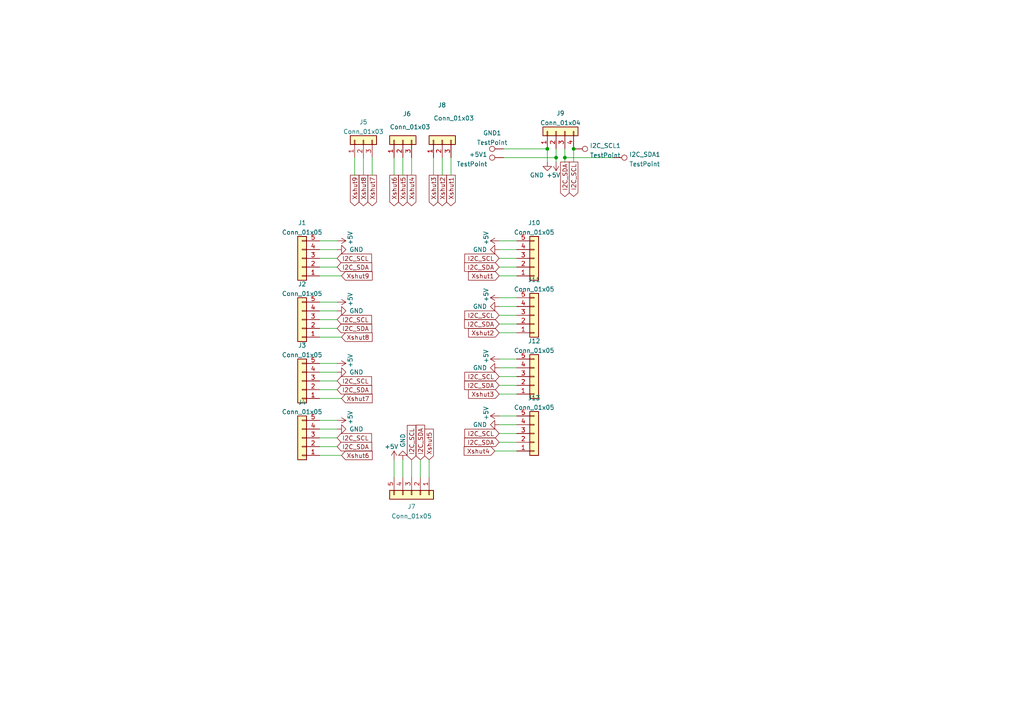
<source format=kicad_sch>
(kicad_sch (version 20211123) (generator eeschema)
  (paper "A4")
  (lib_symbols
    (symbol "Connector:TestPoint" (pin_numbers hide) (pin_names (offset 0.762) hide)
      (property "Reference" "TP" (at 0 6.858 0))
      (property "Value" "TestPoint" (at 0 5.08 0))
      (symbol "TestPoint_0_1"
        (circle (center 0 3.302) (radius 0.762))
      )
      (symbol "TestPoint_1_1"
        (pin passive line (at 0 0 90) (length 2.54) (name "1") (number "1"))
      )
    )
    (symbol "Connector_Generic:Conn_01x03" (pin_names (offset 1.016) hide)
      (property "Reference" "J" (at 0 5.08 0))
      (property "Value" "Conn_01x03" (at 0 -5.08 0))
      (symbol "Conn_01x03_1_1"
        (rectangle (start -1.27 -2.413) (end 0 -2.667) (stroke (width 0.1524)))
        (rectangle (start -1.27 0.127) (end 0 -0.127) (stroke (width 0.1524)))
        (rectangle (start -1.27 2.667) (end 0 2.413) (stroke (width 0.1524)))
        (rectangle (start -1.27 3.81) (end 1.27 -3.81) (stroke (width 0.254)) (fill (type background)))
        (pin passive line (at -5.08 2.54 0) (length 3.81) (name "Pin_1") (number "1"))
        (pin passive line (at -5.08 0 0) (length 3.81) (name "Pin_2") (number "2"))
        (pin passive line (at -5.08 -2.54 0) (length 3.81) (name "Pin_3") (number "3"))
      )
    )
    (symbol "Connector_Generic:Conn_01x04" (pin_names (offset 1.016) hide)
      (property "Reference" "J" (at 0 5.08 0))
      (property "Value" "Conn_01x04" (at 0 -7.62 0))
      (symbol "Conn_01x04_1_1"
        (rectangle (start -1.27 -4.953) (end 0 -5.207) (stroke (width 0.1524)))
        (rectangle (start -1.27 -2.413) (end 0 -2.667) (stroke (width 0.1524)))
        (rectangle (start -1.27 0.127) (end 0 -0.127) (stroke (width 0.1524)))
        (rectangle (start -1.27 2.667) (end 0 2.413) (stroke (width 0.1524)))
        (rectangle (start -1.27 3.81) (end 1.27 -6.35) (stroke (width 0.254)) (fill (type background)))
        (pin passive line (at -5.08 2.54 0) (length 3.81) (name "Pin_1") (number "1"))
        (pin passive line (at -5.08 0 0) (length 3.81) (name "Pin_2") (number "2"))
        (pin passive line (at -5.08 -2.54 0) (length 3.81) (name "Pin_3") (number "3"))
        (pin passive line (at -5.08 -5.08 0) (length 3.81) (name "Pin_4") (number "4"))
      )
    )
    (symbol "Connector_Generic:Conn_01x05" (pin_names (offset 1.016) hide)
      (property "Reference" "J" (at 0 7.62 0))
      (property "Value" "Conn_01x05" (at 0 -7.62 0))
      (symbol "Conn_01x05_1_1"
        (rectangle (start -1.27 -4.953) (end 0 -5.207) (stroke (width 0.1524)))
        (rectangle (start -1.27 -2.413) (end 0 -2.667) (stroke (width 0.1524)))
        (rectangle (start -1.27 0.127) (end 0 -0.127) (stroke (width 0.1524)))
        (rectangle (start -1.27 2.667) (end 0 2.413) (stroke (width 0.1524)))
        (rectangle (start -1.27 5.207) (end 0 4.953) (stroke (width 0.1524)))
        (rectangle (start -1.27 6.35) (end 1.27 -6.35) (stroke (width 0.254)) (fill (type background)))
        (pin passive line (at -5.08 5.08 0) (length 3.81) (name "Pin_1") (number "1"))
        (pin passive line (at -5.08 2.54 0) (length 3.81) (name "Pin_2") (number "2"))
        (pin passive line (at -5.08 0 0) (length 3.81) (name "Pin_3") (number "3"))
        (pin passive line (at -5.08 -2.54 0) (length 3.81) (name "Pin_4") (number "4"))
        (pin passive line (at -5.08 -5.08 0) (length 3.81) (name "Pin_5") (number "5"))
      )
    )
    (symbol "power:+5V" (power) (pin_names (offset 0))
      (property "Value" "+5V" (at 0 3.556 0))
      (symbol "+5V_0_1"
        (polyline (pts (xy -0.762 1.27) (xy 0 2.54)))
        (polyline (pts (xy 0 0) (xy 0 2.54)))
        (polyline (pts (xy 0 2.54) (xy 0.762 1.27)))
      )
      (symbol "+5V_1_1"
        (pin power_in line (at 0 0 90) (length 0) hide (name "+5V") (number "1"))
      )
    )
    (symbol "power:GND" (power) (pin_names (offset 0))
      (property "Value" "GND" (at 0 -3.81 0))
      (symbol "GND_0_1"
        (polyline (pts (xy 0 0) (xy 0 -1.27) (xy 1.27 -1.27) (xy 0 -2.54) (xy -1.27 -1.27) (xy 0 -1.27)))
      )
      (symbol "GND_1_1"
        (pin power_in line (at 0 0 270) (length 0) hide (name "GND") (number "1"))
      )
    )
  )
  (junction (at 158.75 43.18))
  (junction (at 163.83 45.72))
  (junction (at 161.29 45.72))
  (junction (at 166.37 43.18))
  (wire (pts (xy 97.79 74.93) (xy 92.71 74.93)))
  (wire (pts (xy 92.71 115.57) (xy 99.06 115.57)))
  (wire (pts (xy 144.78 80.01) (xy 149.86 80.01)))
  (wire (pts (xy 144.78 109.22) (xy 149.86 109.22)))
  (wire (pts (xy 116.84 133.35) (xy 116.84 138.43)))
  (wire (pts (xy 144.78 91.44) (xy 149.86 91.44)))
  (wire (pts (xy 92.71 132.08) (xy 99.06 132.08)))
  (wire (pts (xy 114.3 45.72) (xy 114.3 50.8)))
  (wire (pts (xy 102.87 45.72) (xy 102.87 50.8)))
  (wire (pts (xy 114.3 133.35) (xy 114.3 138.43)))
  (wire (pts (xy 124.46 133.35) (xy 124.46 138.43)))
  (wire (pts (xy 125.73 45.72) (xy 125.73 50.8)))
  (wire (pts (xy 92.71 97.79) (xy 99.06 97.79)))
  (wire (pts (xy 161.29 43.18) (xy 161.29 45.72)))
  (wire (pts (xy 97.79 107.95) (xy 92.71 107.95)))
  (wire (pts (xy 144.78 120.65) (xy 149.86 120.65)))
  (wire (pts (xy 97.79 92.71) (xy 92.71 92.71)))
  (wire (pts (xy 163.83 45.72) (xy 177.8 45.72)))
  (wire (pts (xy 144.78 114.3) (xy 149.86 114.3)))
  (wire (pts (xy 105.41 45.72) (xy 105.41 50.8)))
  (wire (pts (xy 119.38 133.35) (xy 119.38 138.43)))
  (wire (pts (xy 97.79 129.54) (xy 92.71 129.54)))
  (wire (pts (xy 146.05 45.72) (xy 161.29 45.72)))
  (wire (pts (xy 144.78 74.93) (xy 149.86 74.93)))
  (wire (pts (xy 163.83 45.72) (xy 163.83 46.99)))
  (wire (pts (xy 97.79 90.17) (xy 92.71 90.17)))
  (wire (pts (xy 121.92 133.35) (xy 121.92 138.43)))
  (wire (pts (xy 144.78 106.68) (xy 149.86 106.68)))
  (wire (pts (xy 97.79 127) (xy 92.71 127)))
  (wire (pts (xy 97.79 87.63) (xy 92.71 87.63)))
  (wire (pts (xy 166.37 43.18) (xy 166.37 46.99)))
  (wire (pts (xy 144.78 96.52) (xy 149.86 96.52)))
  (wire (pts (xy 144.78 123.19) (xy 149.86 123.19)))
  (wire (pts (xy 97.79 77.47) (xy 92.71 77.47)))
  (wire (pts (xy 97.79 110.49) (xy 92.71 110.49)))
  (wire (pts (xy 97.79 105.41) (xy 92.71 105.41)))
  (wire (pts (xy 97.79 95.25) (xy 92.71 95.25)))
  (wire (pts (xy 144.78 128.27) (xy 149.86 128.27)))
  (wire (pts (xy 116.84 45.72) (xy 116.84 50.8)))
  (wire (pts (xy 144.78 77.47) (xy 149.86 77.47)))
  (wire (pts (xy 144.78 69.85) (xy 149.86 69.85)))
  (wire (pts (xy 97.79 124.46) (xy 92.71 124.46)))
  (wire (pts (xy 144.78 125.73) (xy 149.86 125.73)))
  (wire (pts (xy 144.78 111.76) (xy 149.86 111.76)))
  (wire (pts (xy 161.29 45.72) (xy 161.29 46.99)))
  (wire (pts (xy 144.78 86.36) (xy 149.86 86.36)))
  (wire (pts (xy 130.81 45.72) (xy 130.81 50.8)))
  (wire (pts (xy 97.79 121.92) (xy 92.71 121.92)))
  (wire (pts (xy 144.78 93.98) (xy 149.86 93.98)))
  (wire (pts (xy 144.78 104.14) (xy 149.86 104.14)))
  (wire (pts (xy 144.78 88.9) (xy 149.86 88.9)))
  (wire (pts (xy 107.95 45.72) (xy 107.95 50.8)))
  (wire (pts (xy 97.79 69.85) (xy 92.71 69.85)))
  (wire (pts (xy 158.75 43.18) (xy 158.75 46.99)))
  (wire (pts (xy 97.79 72.39) (xy 92.71 72.39)))
  (wire (pts (xy 92.71 80.01) (xy 99.06 80.01)))
  (wire (pts (xy 143.51 130.81) (xy 149.86 130.81)))
  (wire (pts (xy 146.05 43.18) (xy 158.75 43.18)))
  (wire (pts (xy 128.27 45.72) (xy 128.27 50.8)))
  (wire (pts (xy 144.78 72.39) (xy 149.86 72.39)))
  (wire (pts (xy 119.38 45.72) (xy 119.38 50.8)))
  (wire (pts (xy 163.83 43.18) (xy 163.83 45.72)))
  (wire (pts (xy 97.79 113.03) (xy 92.71 113.03)))
  (global_label "I2C_SCL" (shape input) (at 144.78 74.93 180) (property "Intersheet References" "${INTERSHEET_REFS}" (effects hide)))
  (global_label "Xshut6" (shape output) (at 114.3 50.8 270) (property "Intersheet References" "${INTERSHEET_REFS}" (effects hide)))
  (global_label "Xshut1" (shape input) (at 144.78 80.01 180) (property "Intersheet References" "${INTERSHEET_REFS}" (effects hide)))
  (global_label "I2C_SCL" (shape input) (at 97.79 127 0) (property "Intersheet References" "${INTERSHEET_REFS}" (effects hide)))
  (global_label "Xshut8" (shape input) (at 99.06 97.79 0) (property "Intersheet References" "${INTERSHEET_REFS}" (effects hide)))
  (global_label "Xshut3" (shape output) (at 125.73 50.8 270) (property "Intersheet References" "${INTERSHEET_REFS}" (effects hide)))
  (global_label "I2C_SDA" (shape input) (at 97.79 113.03 0) (property "Intersheet References" "${INTERSHEET_REFS}" (effects hide)))
  (global_label "I2C_SCL" (shape input) (at 97.79 74.93 0) (property "Intersheet References" "${INTERSHEET_REFS}" (effects hide)))
  (global_label "Xshut8" (shape output) (at 105.41 50.8 270) (property "Intersheet References" "${INTERSHEET_REFS}" (effects hide)))
  (global_label "Xshut7" (shape output) (at 107.95 50.8 270) (property "Intersheet References" "${INTERSHEET_REFS}" (effects hide)))
  (global_label "Xshut4" (shape input) (at 143.51 130.81 180) (property "Intersheet References" "${INTERSHEET_REFS}" (effects hide)))
  (global_label "Xshut5" (shape input) (at 124.46 133.35 90) (property "Intersheet References" "${INTERSHEET_REFS}" (effects hide)))
  (global_label "I2C_SCL" (shape input) (at 144.78 125.73 180) (property "Intersheet References" "${INTERSHEET_REFS}" (effects hide)))
  (global_label "I2C_SDA" (shape input) (at 97.79 95.25 0) (property "Intersheet References" "${INTERSHEET_REFS}" (effects hide)))
  (global_label "Xshut9" (shape output) (at 102.87 50.8 270) (property "Intersheet References" "${INTERSHEET_REFS}" (effects hide)))
  (global_label "I2C_SDA" (shape input) (at 144.78 93.98 180) (property "Intersheet References" "${INTERSHEET_REFS}" (effects hide)))
  (global_label "Xshut5" (shape output) (at 116.84 50.8 270) (property "Intersheet References" "${INTERSHEET_REFS}" (effects hide)))
  (global_label "I2C_SDA" (shape input) (at 144.78 111.76 180) (property "Intersheet References" "${INTERSHEET_REFS}" (effects hide)))
  (global_label "I2C_SDA" (shape input) (at 144.78 128.27 180) (property "Intersheet References" "${INTERSHEET_REFS}" (effects hide)))
  (global_label "I2C_SDA" (shape output) (at 163.83 46.99 270) (property "Intersheet References" "${INTERSHEET_REFS}" (effects hide)))
  (global_label "Xshut4" (shape output) (at 119.38 50.8 270) (property "Intersheet References" "${INTERSHEET_REFS}" (effects hide)))
  (global_label "I2C_SCL" (shape input) (at 97.79 110.49 0) (property "Intersheet References" "${INTERSHEET_REFS}" (effects hide)))
  (global_label "Xshut6" (shape input) (at 99.06 132.08 0) (property "Intersheet References" "${INTERSHEET_REFS}" (effects hide)))
  (global_label "I2C_SCL" (shape input) (at 144.78 109.22 180) (property "Intersheet References" "${INTERSHEET_REFS}" (effects hide)))
  (global_label "I2C_SDA" (shape input) (at 121.92 133.35 90) (property "Intersheet References" "${INTERSHEET_REFS}" (effects hide)))
  (global_label "Xshut2" (shape input) (at 144.78 96.52 180) (property "Intersheet References" "${INTERSHEET_REFS}" (effects hide)))
  (global_label "I2C_SCL" (shape output) (at 166.37 46.99 270) (property "Intersheet References" "${INTERSHEET_REFS}" (effects hide)))
  (global_label "I2C_SDA" (shape input) (at 97.79 77.47 0) (property "Intersheet References" "${INTERSHEET_REFS}" (effects hide)))
  (global_label "I2C_SDA" (shape input) (at 144.78 77.47 180) (property "Intersheet References" "${INTERSHEET_REFS}" (effects hide)))
  (global_label "Xshut9" (shape input) (at 99.06 80.01 0) (property "Intersheet References" "${INTERSHEET_REFS}" (effects hide)))
  (global_label "Xshut2" (shape output) (at 128.27 50.8 270) (property "Intersheet References" "${INTERSHEET_REFS}" (effects hide)))
  (global_label "Xshut1" (shape output) (at 130.81 50.8 270) (property "Intersheet References" "${INTERSHEET_REFS}" (effects hide)))
  (global_label "I2C_SCL" (shape input) (at 119.38 133.35 90) (property "Intersheet References" "${INTERSHEET_REFS}" (effects hide)))
  (global_label "I2C_SCL" (shape input) (at 144.78 91.44 180) (property "Intersheet References" "${INTERSHEET_REFS}" (effects hide)))
  (global_label "Xshut3" (shape input) (at 144.78 114.3 180) (property "Intersheet References" "${INTERSHEET_REFS}" (effects hide)))
  (global_label "I2C_SCL" (shape input) (at 97.79 92.71 0) (property "Intersheet References" "${INTERSHEET_REFS}" (effects hide)))
  (global_label "Xshut7" (shape input) (at 99.06 115.57 0) (property "Intersheet References" "${INTERSHEET_REFS}" (effects hide)))
  (global_label "I2C_SDA" (shape input) (at 97.79 129.54 0) (property "Intersheet References" "${INTERSHEET_REFS}" (effects hide)))
  (symbol (lib_id "power:GND") (at 158.75 46.99 0) (unit 1)
    (property "Reference" "#PWR0106" (effects hide))
    (property "Value" "GND" (at 153.67 50.8 0) (effects (justify left)))
  )
  (symbol (lib_id "power:+5V") (at 97.79 87.63 270) (unit 1)
    (property "Reference" "#PWR0104" (effects hide))
    (property "Value" "+5V" (at 101.6 88.9 0) (effects (justify right)))
  )
  (symbol (lib_id "power:GND") (at 144.78 72.39 270) (unit 1)
    (property "Reference" "#PWR0110" (effects hide))
    (property "Value" "GND" (at 137.16 72.39 90) (effects (justify left)))
  )
  (symbol (lib_id "Connector_Generic:Conn_01x05") (at 87.63 74.93 180) (unit 1)
    (property "Reference" "J1" (at 87.63 64.6135 0))
    (property "Value" "Conn_01x05" (at 87.63 67.3886 0))
    (property "Footprint" "Connector_JST:JST_EH_S5B-EH_1x05_P2.50mm_Horizontal" (effects hide))
  )
  (symbol (lib_id "power:GND") (at 116.84 133.35 0) (mirror x) (unit 1)
    (property "Reference" "#PWR0116" (effects hide))
    (property "Value" "GND" (at 116.84 125.73 90) (effects (justify left)))
  )
  (symbol (lib_id "power:GND") (at 97.79 107.95 90) (mirror x) (unit 1)
    (property "Reference" "#PWR0119" (effects hide))
    (property "Value" "GND" (at 105.41 107.95 90) (effects (justify left)))
  )
  (symbol (lib_id "Connector:TestPoint") (at 166.37 43.18 270) (unit 1)
    (property "Reference" "I2C_SCL1" (at 171.069 42.2715 90) (effects (justify left)))
    (property "Value" "TestPoint" (at 171.069 45.0466 90) (effects (justify left)))
    (property "Footprint" "TestPoint:TestPoint_Pad_D2.0mm" (effects hide))
  )
  (symbol (lib_id "power:+5V") (at 114.3 133.35 0) (unit 1)
    (property "Reference" "#PWR0115" (effects hide))
    (property "Value" "+5V" (at 115.57 129.54 0) (effects (justify right)))
  )
  (symbol (lib_id "power:+5V") (at 97.79 69.85 270) (unit 1)
    (property "Reference" "#PWR0102" (effects hide))
    (property "Value" "+5V" (at 101.6 71.12 0) (effects (justify right)))
  )
  (symbol (lib_id "power:GND") (at 97.79 90.17 90) (mirror x) (unit 1)
    (property "Reference" "#PWR0103" (effects hide))
    (property "Value" "GND" (at 105.41 90.17 90) (effects (justify left)))
  )
  (symbol (lib_id "Connector_Generic:Conn_01x03") (at 105.41 40.64 90) (unit 1)
    (property "Reference" "J5" (at 105.41 35.4035 90))
    (property "Value" "Conn_01x03" (at 105.41 38.1786 90))
    (property "Footprint" "Connector_JST:JST_EH_B3B-EH-A_1x03_P2.50mm_Vertical" (effects hide))
  )
  (symbol (lib_id "Connector_Generic:Conn_01x05") (at 154.94 125.73 0) (mirror x) (unit 1)
    (property "Reference" "J13" (at 154.94 115.4135 0))
    (property "Value" "Conn_01x05" (at 154.94 118.1886 0))
    (property "Footprint" "Connector_JST:JST_EH_S5B-EH_1x05_P2.50mm_Horizontal" (effects hide))
  )
  (symbol (lib_id "Connector_Generic:Conn_01x05") (at 154.94 109.22 0) (mirror x) (unit 1)
    (property "Reference" "J12" (at 154.94 98.9035 0))
    (property "Value" "Conn_01x05" (at 154.94 101.6786 0))
    (property "Footprint" "Connector_JST:JST_EH_S5B-EH_1x05_P2.50mm_Horizontal" (effects hide))
  )
  (symbol (lib_id "power:GND") (at 97.79 124.46 90) (mirror x) (unit 1)
    (property "Reference" "#PWR0118" (effects hide))
    (property "Value" "GND" (at 105.41 124.46 90) (effects (justify left)))
  )
  (symbol (lib_id "Connector:TestPoint") (at 146.05 43.18 90) (unit 1)
    (property "Reference" "GND1" (at 142.748 38.5785 90))
    (property "Value" "TestPoint" (at 142.748 41.3536 90))
    (property "Footprint" "TestPoint:TestPoint_Pad_D2.0mm" (effects hide))
  )
  (symbol (lib_id "power:GND") (at 144.78 88.9 270) (unit 1)
    (property "Reference" "#PWR0107" (effects hide))
    (property "Value" "GND" (at 137.16 88.9 90) (effects (justify left)))
  )
  (symbol (lib_id "power:+5V") (at 161.29 46.99 0) (mirror x) (unit 1)
    (property "Reference" "#PWR0105" (effects hide))
    (property "Value" "+5V" (at 162.56 50.8 0) (effects (justify right)))
  )
  (symbol (lib_id "Connector_Generic:Conn_01x05") (at 87.63 110.49 180) (unit 1)
    (property "Reference" "J3" (at 87.63 100.1735 0))
    (property "Value" "Conn_01x05" (at 87.63 102.9486 0))
    (property "Footprint" "Connector_JST:JST_EH_S5B-EH_1x05_P2.50mm_Horizontal" (effects hide))
  )
  (symbol (lib_id "power:+5V") (at 144.78 104.14 90) (mirror x) (unit 1)
    (property "Reference" "#PWR0114" (effects hide))
    (property "Value" "+5V" (at 140.97 105.41 0) (effects (justify right)))
  )
  (symbol (lib_id "power:+5V") (at 97.79 121.92 270) (unit 1)
    (property "Reference" "#PWR0117" (effects hide))
    (property "Value" "+5V" (at 101.6 123.19 0) (effects (justify right)))
  )
  (symbol (lib_id "Connector_Generic:Conn_01x05") (at 119.38 143.51 270) (unit 1)
    (property "Reference" "J7" (at 119.38 146.9295 90))
    (property "Value" "Conn_01x05" (at 119.38 149.7046 90))
    (property "Footprint" "Connector_JST:JST_EH_B5B-EH-A_1x05_P2.50mm_Vertical" (effects hide))
  )
  (symbol (lib_id "Connector_Generic:Conn_01x05") (at 154.94 74.93 0) (mirror x) (unit 1)
    (property "Reference" "J10" (at 154.94 64.6135 0))
    (property "Value" "Conn_01x05" (at 154.94 67.3886 0))
    (property "Footprint" "Connector_JST:JST_EH_S5B-EH_1x05_P2.50mm_Horizontal" (effects hide))
  )
  (symbol (lib_id "Connector_Generic:Conn_01x05") (at 87.63 92.71 180) (unit 1)
    (property "Reference" "J2" (at 87.63 82.3935 0))
    (property "Value" "Conn_01x05" (at 87.63 85.1686 0))
    (property "Footprint" "Connector_JST:JST_EH_S5B-EH_1x05_P2.50mm_Horizontal" (effects hide))
  )
  (symbol (lib_id "power:+5V") (at 144.78 69.85 90) (mirror x) (unit 1)
    (property "Reference" "#PWR0109" (effects hide))
    (property "Value" "+5V" (at 140.97 71.12 0) (effects (justify right)))
  )
  (symbol (lib_id "power:GND") (at 144.78 123.19 270) (unit 1)
    (property "Reference" "#PWR0112" (effects hide))
    (property "Value" "GND" (at 137.16 123.19 90) (effects (justify left)))
  )
  (symbol (lib_id "power:GND") (at 144.78 106.68 270) (unit 1)
    (property "Reference" "#PWR0113" (effects hide))
    (property "Value" "GND" (at 137.16 106.68 90) (effects (justify left)))
  )
  (symbol (lib_id "Connector_Generic:Conn_01x04") (at 161.29 38.1 90) (unit 1)
    (property "Reference" "J9" (at 162.56 32.8635 90))
    (property "Value" "Conn_01x04" (at 162.56 35.6386 90))
    (property "Footprint" "Connector_JST:JST_EH_B4B-EH-A_1x04_P2.50mm_Vertical" (effects hide))
  )
  (symbol (lib_id "Connector_Generic:Conn_01x05") (at 154.94 91.44 0) (mirror x) (unit 1)
    (property "Reference" "J11" (at 154.94 81.1235 0))
    (property "Value" "Conn_01x05" (at 154.94 83.8986 0))
    (property "Footprint" "Connector_JST:JST_EH_S5B-EH_1x05_P2.50mm_Horizontal" (effects hide))
  )
  (symbol (lib_id "power:+5V") (at 144.78 120.65 90) (mirror x) (unit 1)
    (property "Reference" "#PWR0111" (effects hide))
    (property "Value" "+5V" (at 140.97 121.92 0) (effects (justify right)))
  )
  (symbol (lib_id "Connector_Generic:Conn_01x03") (at 128.27 40.64 90) (unit 1)
    (property "Reference" "J8" (at 127 30.48 90) (effects (justify right)))
    (property "Value" "Conn_01x03" (at 125.73 34.29 90) (effects (justify right)))
    (property "Footprint" "Connector_JST:JST_EH_B3B-EH-A_1x03_P2.50mm_Vertical" (effects hide))
  )
  (symbol (lib_id "Connector:TestPoint") (at 146.05 45.72 90) (unit 1)
    (property "Reference" "+5V1" (at 141.351 44.8115 90) (effects (justify left)))
    (property "Value" "TestPoint" (at 141.351 47.5866 90) (effects (justify left)))
    (property "Footprint" "TestPoint:TestPoint_Pad_D2.0mm" (effects hide))
  )
  (symbol (lib_id "Connector:TestPoint") (at 177.8 45.72 270) (unit 1)
    (property "Reference" "I2C_SDA1" (at 182.499 44.8115 90) (effects (justify left)))
    (property "Value" "TestPoint" (at 182.499 47.5866 90) (effects (justify left)))
    (property "Footprint" "TestPoint:TestPoint_Pad_D2.0mm" (effects hide))
  )
  (symbol (lib_id "Connector_Generic:Conn_01x05") (at 87.63 127 180) (unit 1)
    (property "Reference" "J4" (at 87.63 116.6835 0))
    (property "Value" "Conn_01x05" (at 87.63 119.4586 0))
    (property "Footprint" "Connector_JST:JST_EH_S5B-EH_1x05_P2.50mm_Horizontal" (effects hide))
  )
  (symbol (lib_id "power:GND") (at 97.79 72.39 90) (mirror x) (unit 1)
    (property "Reference" "#PWR0101" (effects hide))
    (property "Value" "GND" (at 105.41 72.39 90) (effects (justify left)))
  )
  (symbol (lib_id "power:+5V") (at 97.79 105.41 270) (unit 1)
    (property "Reference" "#PWR0120" (effects hide))
    (property "Value" "+5V" (at 101.6 106.68 0) (effects (justify right)))
  )
  (symbol (lib_id "power:+5V") (at 144.78 86.36 90) (mirror x) (unit 1)
    (property "Reference" "#PWR0108" (effects hide))
    (property "Value" "+5V" (at 140.97 87.63 0) (effects (justify right)))
  )
  (symbol (lib_id "Connector_Generic:Conn_01x03") (at 116.84 40.64 90) (unit 1)
    (property "Reference" "J6" (at 116.84 33.02 90) (effects (justify right)))
    (property "Value" "Conn_01x03" (at 113.03 36.83 90) (effects (justify right)))
    (property "Footprint" "Connector_JST:JST_EH_B3B-EH-A_1x03_P2.50mm_Vertical" (effects hide))
  )
)
</source>
